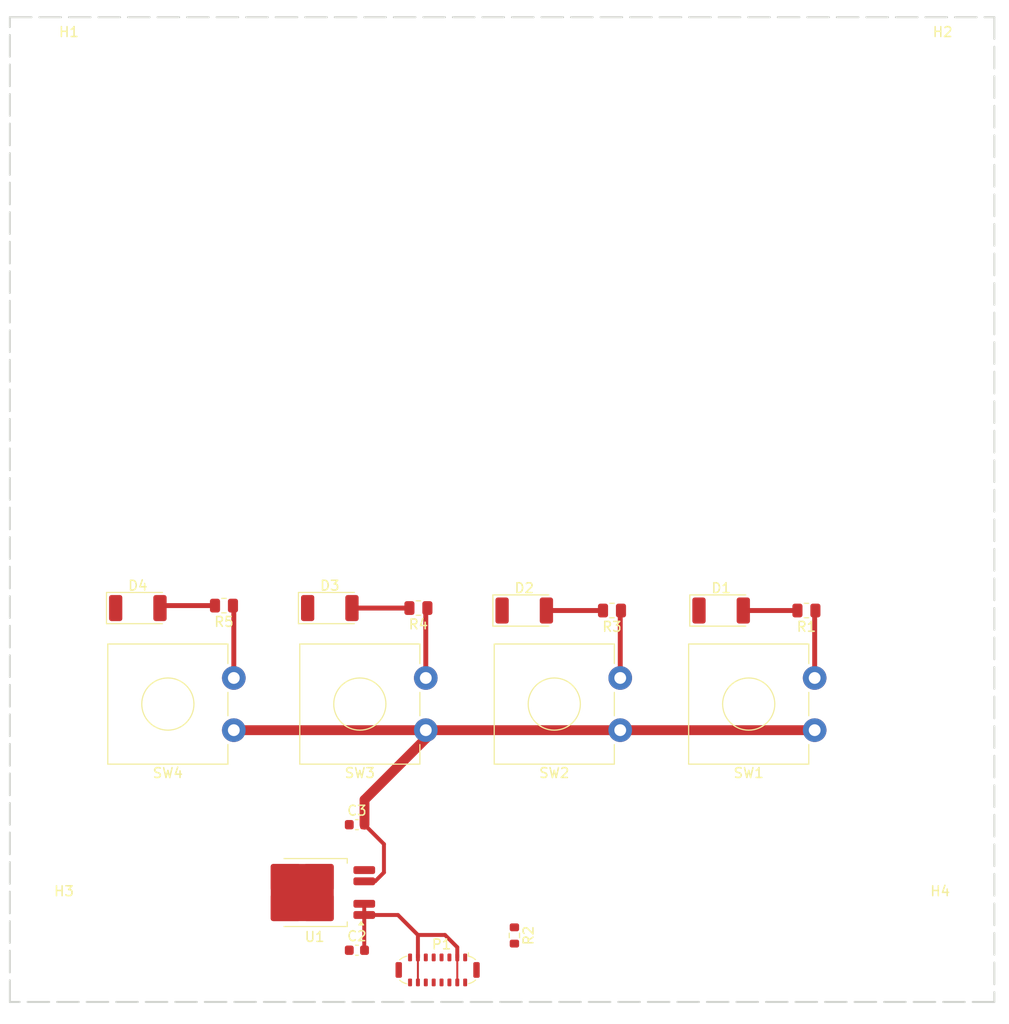
<source format=kicad_pcb>
(kicad_pcb (version 20240108) (generator "pcbnew") (generator_version "8.0")
  (layers (0 "F.Cu" signal) (31 "B.Cu" signal) (34 "B.Paste" user) (35 "F.Paste" user) (36 "B.SilkS" user "B.Silkscreen") (37 "F.SilkS" user "F.Silkscreen") (38 "B.Mask" user) (39 "F.Mask" user) (44 "Edge.Cuts" user))
  (net 0 "")
  (net 2 "GND")
  (net 3 "VBUS")
  (net 4 "+3V3")
  (net 5 "Net-(D1-A)")
  (net 6 "Net-(D2-A)")
  (net 7 "Net-(D3-A)")
  (net 8 "Net-(D4-A)")
  (net 12 "Net-(P1-CC)")
  (net 15 "Net-(R1-Pad1)")
  (net 16 "Net-(R3-Pad1)")
  (net 17 "Net-(R4-Pad1)")
  (net 18 "Net-(R5-Pad1)")
  (footprint "Package_TO_SOT_SMD:TO-252-4" (layer "F.Cu") (at 80.96 138.89 180)
    (property "Reference" "U1" (at 0 -4.5 180) (layer "F.SilkS"))
    (property "Value" "BD30FC0WFP")
    (fp_line (start 3.11 3.45) (end -3.31 3.45) (stroke (width 0.12)) (layer "F.SilkS"))
    (fp_line (start 3.11 -3.45) (end -3.31 -3.45) (stroke (width 0.12)) (layer "F.SilkS"))
    (fp_line (start -3.31 3.45) (end -3.31 2.98) (stroke (width 0.12)) (layer "F.SilkS"))
    (fp_line (start -3.31 -3.45) (end -3.31 -2.98) (stroke (width 0.12)) (layer "F.SilkS"))
    (fp_poly (pts (xy -4.73 -2.96) (xy -4.97 -3.29) (xy -4.49 -3.29) (xy -4.73 -2.96)) (stroke (width 0.12)) (fill solid) (layer "F.SilkS"))
    (pad "1" smd roundrect (at -5.04 -2.28 180) (size 2.2 0.8) (layers "F.Cu" "F.Paste" "F.Mask") (net 3 "VBUS"))
    (pad "2" smd roundrect (at -5.04 -1.14 180) (size 2.2 0.8) (layers "F.Cu" "F.Paste" "F.Mask") (net 3 "VBUS"))
    (pad "3" smd roundrect (at -0.415 -1.525 180) (size 3.05 2.75) (layers "F.Cu" "F.Paste") (roundrect_rratio 0.090909) (net 2 "GND"))
    (pad "3" smd roundrect (at -0.415 1.525 180) (size 3.05 2.75) (layers "F.Cu" "F.Paste") (roundrect_rratio 0.090909) (net 2 "GND"))
    (pad "3" smd roundrect (at 1.26 0 180) (size 6.4 5.8) (layers "F.Cu" "F.Mask") (roundrect_rratio 0.043103) (net 2 "GND"))
    (pad "3" smd roundrect (at 2.935 -1.525 180) (size 3.05 2.75) (layers "F.Cu" "F.Paste") (roundrect_rratio 0.090909) (net 2 "GND"))
    (pad "3" smd roundrect (at 2.935 1.525 180) (size 3.05 2.75) (layers "F.Cu" "F.Paste") (roundrect_rratio 0.090909) (net 2 "GND"))
    (pad "4" smd roundrect (at -5.04 1.14 180) (size 2.2 0.8) (layers "F.Cu" "F.Paste" "F.Mask") (net 4 "+3V3"))
    (pad "5" smd roundrect (at -5.04 2.28 180) (size 2.2 0.8) (layers "F.Cu" "F.Paste" "F.Mask"))
  )
  (footprint "Capacitor_SMD:C_0603_1608Metric" (layer "F.Cu") (at 85.25 132)
    (property "Reference" "C3" (at 0 -1.43 0) (layer "F.SilkS"))
    (property "Value" "10uF")
    (fp_line (start -0.14058 -0.51) (end 0.14058 -0.51) (stroke (width 0.12)) (layer "F.SilkS"))
    (fp_line (start -0.14058 0.51) (end 0.14058 0.51) (stroke (width 0.12)) (layer "F.SilkS"))
    (pad "1" smd roundrect (at -0.775 0) (size 0.9 0.95) (layers "F.Cu" "F.Paste" "F.Mask") (net 2 "GND"))
    (pad "2" smd roundrect (at 0.775 0) (size 0.9 0.95) (layers "F.Cu" "F.Paste" "F.Mask") (net 4 "+3V3"))
  )
  (footprint "MountingHole:MountingHole_4mm" (layer "F.Cu") (at 144.5 143.75)
    (property "Reference" "H4" (at 0 -5 0) (layer "F.SilkS"))
    (property "Value" "MountingHole")
    (pad "" np_thru_hole circle (at 0 0) (size 4 4) (drill 4) (layers "*.Cu" "*.Mask"))
  )
  (footprint "Resistor_SMD:R_0805_2012Metric" (layer "F.Cu") (at 130.9125 110.25 180)
    (property "Reference" "R1" (at 0 -1.65 180) (layer "F.SilkS"))
    (property "Value" "520")
    (fp_line (start -0.227064 0.735) (end 0.227064 0.735) (stroke (width 0.12)) (layer "F.SilkS"))
    (fp_line (start -0.227064 -0.735) (end 0.227064 -0.735) (stroke (width 0.12)) (layer "F.SilkS"))
    (pad "1" smd roundrect (at -0.9125 0 180) (size 1.025 1.4) (layers "F.Cu" "F.Paste" "F.Mask") (roundrect_rratio 0.243902) (net 15 "Net-(R1-Pad1)"))
    (pad "2" smd roundrect (at 0.9125 0 180) (size 1.025 1.4) (layers "F.Cu" "F.Paste" "F.Mask") (roundrect_rratio 0.243902) (net 5 "Net-(D1-A)"))
  )
  (footprint "LED_SMD:LED_2010_5025Metric" (layer "F.Cu") (at 122.25 110.25)
    (property "Reference" "D1" (at 0 -2.28 0) (layer "F.SilkS"))
    (property "Value" "LED")
    (fp_line (start -3.185 -1.585) (end -3.185 1.585) (stroke (width 0.12)) (layer "F.SilkS"))
    (fp_line (start -3.185 1.585) (end 2.5 1.585) (stroke (width 0.12)) (layer "F.SilkS"))
    (fp_line (start 2.5 -1.585) (end -3.185 -1.585) (stroke (width 0.12)) (layer "F.SilkS"))
    (pad "1" smd roundrect (at -2.25 0) (size 1.35 2.65) (layers "F.Cu" "F.Paste" "F.Mask") (roundrect_rratio 0.185185) (net 2 "GND"))
    (pad "2" smd roundrect (at 2.25 0) (size 1.35 2.65) (layers "F.Cu" "F.Paste" "F.Mask") (roundrect_rratio 0.185185) (net 5 "Net-(D1-A)"))
  )
  (footprint "Button_Switch_THT:SW_CW_GPTS203211B" (layer "F.Cu") (at 72.75 122.4 180)
    (property "Reference" "SW4" (at 6.7 -4.35 180) (layer "F.SilkS"))
    (property "Value" "SW_Push")
    (fp_line (start 12.8 8.75) (end 0.6 8.75) (stroke (width 0.12)) (layer "F.SilkS"))
    (fp_line (start 12.8 -3.45) (end 12.8 8.75) (stroke (width 0.12)) (layer "F.SilkS"))
    (fp_line (start 0.6 8.75) (end 0.6 6.76) (stroke (width 0.12)) (layer "F.SilkS"))
    (fp_line (start 0.6 1.46) (end 0.6 3.84) (stroke (width 0.12)) (layer "F.SilkS"))
    (fp_line (start 0.6 -1.46) (end 0.6 -3.45) (stroke (width 0.12)) (layer "F.SilkS"))
    (fp_line (start 0.6 -3.45) (end 12.8 -3.45) (stroke (width 0.12)) (layer "F.SilkS"))
    (fp_circle (center 6.7 2.65) (end 9.35 2.65) (stroke (width 0.12)) (fill none) (layer "F.SilkS"))
    (pad "1" thru_hole circle (at 0 0 180) (size 2.4 2.4) (drill 1.2) (layers "*.Cu" "*.Mask") (net 4 "+3V3"))
    (pad "2" thru_hole circle (at 0 5.3 180) (size 2.4 2.4) (drill 1.2) (layers "*.Cu" "*.Mask") (net 18 "Net-(R5-Pad1)"))
  )
  (footprint "Resistor_SMD:R_0603_1608Metric" (layer "F.Cu") (at 101.25 143.25 -90)
    (property "Reference" "R2" (at 0 -1.43 90) (layer "F.SilkS"))
    (property "Value" "5K1")
    (fp_line (start -0.237258 0.5225) (end 0.237258 0.5225) (stroke (width 0.12)) (layer "F.SilkS"))
    (fp_line (start -0.237258 -0.5225) (end 0.237258 -0.5225) (stroke (width 0.12)) (layer "F.SilkS"))
    (pad "1" smd roundrect (at -0.825 0 270) (size 0.8 0.95) (layers "F.Cu" "F.Paste" "F.Mask") (net 12 "Net-(P1-CC)"))
    (pad "2" smd roundrect (at 0.825 0 270) (size 0.8 0.95) (layers "F.Cu" "F.Paste" "F.Mask") (net 2 "GND"))
  )
  (footprint "MountingHole:MountingHole_4mm" (layer "F.Cu") (at 55.5 143.75)
    (property "Reference" "H3" (at 0 -5 0) (layer "F.SilkS"))
    (property "Value" "MountingHole")
    (pad "" np_thru_hole circle (at 0 0) (size 4 4) (drill 4) (layers "*.Cu" "*.Mask"))
  )
  (footprint "Capacitor_SMD:C_0603_1608Metric" (layer "F.Cu") (at 85.25 144.75)
    (property "Reference" "C2" (at 0 -1.43 0) (layer "F.SilkS"))
    (property "Value" "10uF")
    (fp_line (start -0.14058 -0.51) (end 0.14058 -0.51) (stroke (width 0.12)) (layer "F.SilkS"))
    (fp_line (start -0.14058 0.51) (end 0.14058 0.51) (stroke (width 0.12)) (layer "F.SilkS"))
    (pad "1" smd roundrect (at -0.775 0) (size 0.9 0.95) (layers "F.Cu" "F.Paste" "F.Mask") (net 2 "GND"))
    (pad "2" smd roundrect (at 0.775 0) (size 0.9 0.95) (layers "F.Cu" "F.Paste" "F.Mask") (net 3 "VBUS"))
  )
  (footprint "Resistor_SMD:R_0805_2012Metric" (layer "F.Cu") (at 91.5 110 180)
    (property "Reference" "R4" (at 0 -1.65 180) (layer "F.SilkS"))
    (property "Value" "520")
    (fp_line (start -0.227064 0.735) (end 0.227064 0.735) (stroke (width 0.12)) (layer "F.SilkS"))
    (fp_line (start -0.227064 -0.735) (end 0.227064 -0.735) (stroke (width 0.12)) (layer "F.SilkS"))
    (pad "1" smd roundrect (at -0.9125 0 180) (size 1.025 1.4) (layers "F.Cu" "F.Paste" "F.Mask") (roundrect_rratio 0.243902) (net 17 "Net-(R4-Pad1)"))
    (pad "2" smd roundrect (at 0.9125 0 180) (size 1.025 1.4) (layers "F.Cu" "F.Paste" "F.Mask") (roundrect_rratio 0.243902) (net 7 "Net-(D3-A)"))
  )
  (footprint "MountingHole:MountingHole_4mm" (layer "F.Cu") (at 144.75 56.5)
    (property "Reference" "H2" (at 0 -5 0) (layer "F.SilkS"))
    (property "Value" "MountingHole")
    (pad "" np_thru_hole circle (at 0 0) (size 4 4) (drill 4) (layers "*.Cu" "*.Mask"))
  )
  (footprint "Resistor_SMD:R_0805_2012Metric" (layer "F.Cu") (at 111.1625 110.25 180)
    (property "Reference" "R3" (at 0 -1.65 180) (layer "F.SilkS"))
    (property "Value" "520")
    (fp_line (start -0.227064 0.735) (end 0.227064 0.735) (stroke (width 0.12)) (layer "F.SilkS"))
    (fp_line (start -0.227064 -0.735) (end 0.227064 -0.735) (stroke (width 0.12)) (layer "F.SilkS"))
    (pad "1" smd roundrect (at -0.9125 0 180) (size 1.025 1.4) (layers "F.Cu" "F.Paste" "F.Mask") (roundrect_rratio 0.243902) (net 16 "Net-(R3-Pad1)"))
    (pad "2" smd roundrect (at 0.9125 0 180) (size 1.025 1.4) (layers "F.Cu" "F.Paste" "F.Mask") (roundrect_rratio 0.243902) (net 6 "Net-(D2-A)"))
  )
  (footprint "Button_Switch_THT:SW_CW_GPTS203211B" (layer "F.Cu") (at 112 122.4 180)
    (property "Reference" "SW2" (at 6.7 -4.35 180) (layer "F.SilkS"))
    (property "Value" "SW_Push")
    (fp_line (start 12.8 8.75) (end 0.6 8.75) (stroke (width 0.12)) (layer "F.SilkS"))
    (fp_line (start 12.8 -3.45) (end 12.8 8.75) (stroke (width 0.12)) (layer "F.SilkS"))
    (fp_line (start 0.6 8.75) (end 0.6 6.76) (stroke (width 0.12)) (layer "F.SilkS"))
    (fp_line (start 0.6 1.46) (end 0.6 3.84) (stroke (width 0.12)) (layer "F.SilkS"))
    (fp_line (start 0.6 -1.46) (end 0.6 -3.45) (stroke (width 0.12)) (layer "F.SilkS"))
    (fp_line (start 0.6 -3.45) (end 12.8 -3.45) (stroke (width 0.12)) (layer "F.SilkS"))
    (fp_circle (center 6.7 2.65) (end 9.35 2.65) (stroke (width 0.12)) (fill none) (layer "F.SilkS"))
    (pad "1" thru_hole circle (at 0 0 180) (size 2.4 2.4) (drill 1.2) (layers "*.Cu" "*.Mask") (net 4 "+3V3"))
    (pad "2" thru_hole circle (at 0 5.3 180) (size 2.4 2.4) (drill 1.2) (layers "*.Cu" "*.Mask") (net 16 "Net-(R3-Pad1)"))
  )
  (footprint "LED_SMD:LED_2010_5025Metric" (layer "F.Cu") (at 82.5 110)
    (property "Reference" "D3" (at 0 -2.28 0) (layer "F.SilkS"))
    (property "Value" "LED")
    (fp_line (start -3.185 -1.585) (end -3.185 1.585) (stroke (width 0.12)) (layer "F.SilkS"))
    (fp_line (start -3.185 1.585) (end 2.5 1.585) (stroke (width 0.12)) (layer "F.SilkS"))
    (fp_line (start 2.5 -1.585) (end -3.185 -1.585) (stroke (width 0.12)) (layer "F.SilkS"))
    (pad "1" smd roundrect (at -2.25 0) (size 1.35 2.65) (layers "F.Cu" "F.Paste" "F.Mask") (roundrect_rratio 0.185185) (net 2 "GND"))
    (pad "2" smd roundrect (at 2.25 0) (size 1.35 2.65) (layers "F.Cu" "F.Paste" "F.Mask") (roundrect_rratio 0.185185) (net 7 "Net-(D3-A)"))
  )
  (footprint "Resistor_SMD:R_0805_2012Metric" (layer "F.Cu") (at 71.75 109.75 180)
    (property "Reference" "R5" (at 0 -1.65 180) (layer "F.SilkS"))
    (property "Value" "520")
    (fp_line (start -0.227064 0.735) (end 0.227064 0.735) (stroke (width 0.12)) (layer "F.SilkS"))
    (fp_line (start -0.227064 -0.735) (end 0.227064 -0.735) (stroke (width 0.12)) (layer "F.SilkS"))
    (pad "1" smd roundrect (at -0.9125 0 180) (size 1.025 1.4) (layers "F.Cu" "F.Paste" "F.Mask") (roundrect_rratio 0.243902) (net 18 "Net-(R5-Pad1)"))
    (pad "2" smd roundrect (at 0.9125 0 180) (size 1.025 1.4) (layers "F.Cu" "F.Paste" "F.Mask") (roundrect_rratio 0.243902) (net 8 "Net-(D4-A)"))
  )
  (footprint "Connector_USB:USB_C_Plug_ShenzhenJingTuoJin_918-118A2021Y40002_Vertical" (layer "F.Cu") (at 93.45 146.75 -90)
    (property "Reference" "P1" (at -2.6 -0.4 0) (layer "F.SilkS"))
    (property "Value" "USB_C_Plug_USB2.0")
    (fp_line (start -1.74 -3.125) (end -1.4 -3.125) (stroke (width 0.12)) (layer "F.SilkS"))
    (fp_arc (start -1.025 3.85) (mid -1.258743 3.520613) (end -1.389879 3.138598) (stroke (width 0.12)) (layer "F.SilkS"))
    (fp_arc (start 1.4 3.125) (mid 1.273005 3.509002) (end 1.043045 3.841725) (stroke (width 0.12)) (layer "F.SilkS"))
    (fp_arc (start -1.4 -3.125) (mid -1.273005 -3.509003) (end -1.043045 -3.841725) (stroke (width 0.12)) (layer "F.SilkS"))
    (fp_arc (start 1.025 -3.85) (mid 1.258743 -3.520613) (end 1.389879 -3.138598) (stroke (width 0.12)) (layer "F.SilkS"))
    (pad "A1" smd roundrect (at -1.27 -2.8) (size 0.4 0.79) (layers "F.Cu" "F.Paste" "F.Mask") (net 2 "GND"))
    (pad "A4" smd roundrect (at -1.27 -2) (size 0.4 0.79) (layers "F.Cu" "F.Paste" "F.Mask") (net 3 "VBUS"))
    (pad "A5" smd roundrect (at -1.27 -1.2) (size 0.4 0.79) (layers "F.Cu" "F.Paste" "F.Mask") (net 12 "Net-(P1-CC)"))
    (pad "A6" smd roundrect (at -1.27 -0.4) (size 0.4 0.79) (layers "F.Cu" "F.Paste" "F.Mask"))
    (pad "A7" smd roundrect (at -1.27 0.4) (size 0.4 0.79) (layers "F.Cu" "F.Paste" "F.Mask"))
    (pad "A8" smd roundrect (at -1.27 1.2) (size 0.4 0.79) (layers "F.Cu" "F.Paste" "F.Mask"))
    (pad "A9" smd roundrect (at -1.27 2) (size 0.4 0.79) (layers "F.Cu" "F.Paste" "F.Mask") (net 3 "VBUS"))
    (pad "A12" smd roundrect (at -1.27 2.8) (size 0.4 0.79) (layers "F.Cu" "F.Paste" "F.Mask") (net 2 "GND"))
    (pad "B1" smd roundrect (at 1.27 2.8) (size 0.4 0.79) (layers "F.Cu" "F.Paste" "F.Mask") (net 2 "GND"))
    (pad "B4" smd roundrect (at 1.27 2) (size 0.4 0.79) (layers "F.Cu" "F.Paste" "F.Mask") (net 3 "VBUS"))
    (pad "B5" smd roundrect (at 1.27 1.2) (size 0.4 0.79) (layers "F.Cu" "F.Paste" "F.Mask"))
    (pad "B6" smd roundrect (at 1.27 0.4) (size 0.4 0.79) (layers "F.Cu" "F.Paste" "F.Mask"))
    (pad "B7" smd roundrect (at 1.27 -0.4) (size 0.4 0.79) (layers "F.Cu" "F.Paste" "F.Mask"))
    (pad "B8" smd roundrect (at 1.27 -1.2) (size 0.4 0.79) (layers "F.Cu" "F.Paste" "F.Mask"))
    (pad "B9" smd roundrect (at 1.27 -2) (size 0.4 0.79) (layers "F.Cu" "F.Paste" "F.Mask") (net 3 "VBUS"))
    (pad "B12" smd roundrect (at 1.27 -2.8) (size 0.4 0.79) (layers "F.Cu" "F.Paste" "F.Mask") (net 2 "GND"))
    (pad "S1" smd roundrect (at 0 -3.95) (size 0.65 1.6) (layers "F.Cu" "F.Paste" "F.Mask"))
    (pad "S1" smd roundrect (at 0 3.95) (size 0.65 1.6) (layers "F.Cu" "F.Paste" "F.Mask"))
  )
  (footprint "Button_Switch_THT:SW_CW_GPTS203211B" (layer "F.Cu") (at 131.75 122.4 180)
    (property "Reference" "SW1" (at 6.7 -4.35 180) (layer "F.SilkS"))
    (property "Value" "SW_Push")
    (fp_line (start 12.8 8.75) (end 0.6 8.75) (stroke (width 0.12)) (layer "F.SilkS"))
    (fp_line (start 12.8 -3.45) (end 12.8 8.75) (stroke (width 0.12)) (layer "F.SilkS"))
    (fp_line (start 0.6 8.75) (end 0.6 6.76) (stroke (width 0.12)) (layer "F.SilkS"))
    (fp_line (start 0.6 1.46) (end 0.6 3.84) (stroke (width 0.12)) (layer "F.SilkS"))
    (fp_line (start 0.6 -1.46) (end 0.6 -3.45) (stroke (width 0.12)) (layer "F.SilkS"))
    (fp_line (start 0.6 -3.45) (end 12.8 -3.45) (stroke (width 0.12)) (layer "F.SilkS"))
    (fp_circle (center 6.7 2.65) (end 9.35 2.65) (stroke (width 0.12)) (fill none) (layer "F.SilkS"))
    (pad "1" thru_hole circle (at 0 0 180) (size 2.4 2.4) (drill 1.2) (layers "*.Cu" "*.Mask") (net 4 "+3V3"))
    (pad "2" thru_hole circle (at 0 5.3 180) (size 2.4 2.4) (drill 1.2) (layers "*.Cu" "*.Mask") (net 15 "Net-(R1-Pad1)"))
  )
  (footprint "MountingHole:MountingHole_4mm" (layer "F.Cu") (at 56 56.5)
    (property "Reference" "H1" (at 0 -5 0) (layer "F.SilkS"))
    (property "Value" "MountingHole")
    (pad "" np_thru_hole circle (at 0 0) (size 4 4) (drill 4) (layers "*.Cu" "*.Mask"))
  )
  (footprint "LED_SMD:LED_2010_5025Metric" (layer "F.Cu") (at 102.25 110.25)
    (property "Reference" "D2" (at 0 -2.28 360) (layer "F.SilkS"))
    (property "Value" "LED")
    (fp_line (start -3.185 -1.585) (end -3.185 1.585) (stroke (width 0.12)) (layer "F.SilkS"))
    (fp_line (start -3.185 1.585) (end 2.5 1.585) (stroke (width 0.12)) (layer "F.SilkS"))
    (fp_line (start 2.5 -1.585) (end -3.185 -1.585) (stroke (width 0.12)) (layer "F.SilkS"))
    (pad "1" smd roundrect (at -2.25 0) (size 1.35 2.65) (layers "F.Cu" "F.Paste" "F.Mask") (roundrect_rratio 0.185185) (net 2 "GND"))
    (pad "2" smd roundrect (at 2.25 0) (size 1.35 2.65) (layers "F.Cu" "F.Paste" "F.Mask") (roundrect_rratio 0.185185) (net 6 "Net-(D2-A)"))
  )
  (footprint "LED_SMD:LED_2010_5025Metric" (layer "F.Cu") (at 63 110)
    (property "Reference" "D4" (at 0 -2.28 360) (layer "F.SilkS"))
    (property "Value" "LED")
    (fp_line (start -3.185 -1.585) (end -3.185 1.585) (stroke (width 0.12)) (layer "F.SilkS"))
    (fp_line (start -3.185 1.585) (end 2.5 1.585) (stroke (width 0.12)) (layer "F.SilkS"))
    (fp_line (start 2.5 -1.585) (end -3.185 -1.585) (stroke (width 0.12)) (layer "F.SilkS"))
    (pad "1" smd roundrect (at -2.25 0) (size 1.35 2.65) (layers "F.Cu" "F.Paste" "F.Mask") (roundrect_rratio 0.185185) (net 2 "GND"))
    (pad "2" smd roundrect (at 2.25 0) (size 1.35 2.65) (layers "F.Cu" "F.Paste" "F.Mask") (roundrect_rratio 0.185185) (net 8 "Net-(D4-A)"))
  )
  (footprint "Button_Switch_THT:SW_CW_GPTS203211B" (layer "F.Cu") (at 92.25 122.4 180)
    (property "Reference" "SW3" (at 6.7 -4.35 180) (layer "F.SilkS"))
    (property "Value" "SW_Push")
    (fp_line (start 12.8 8.75) (end 0.6 8.75) (stroke (width 0.12)) (layer "F.SilkS"))
    (fp_line (start 12.8 -3.45) (end 12.8 8.75) (stroke (width 0.12)) (layer "F.SilkS"))
    (fp_line (start 0.6 8.75) (end 0.6 6.76) (stroke (width 0.12)) (layer "F.SilkS"))
    (fp_line (start 0.6 1.46) (end 0.6 3.84) (stroke (width 0.12)) (layer "F.SilkS"))
    (fp_line (start 0.6 -1.46) (end 0.6 -3.45) (stroke (width 0.12)) (layer "F.SilkS"))
    (fp_line (start 0.6 -3.45) (end 12.8 -3.45) (stroke (width 0.12)) (layer "F.SilkS"))
    (fp_circle (center 6.7 2.65) (end 9.35 2.65) (stroke (width 0.12)) (fill none) (layer "F.SilkS"))
    (pad "1" thru_hole circle (at 0 0 180) (size 2.4 2.4) (drill 1.2) (layers "*.Cu" "*.Mask") (net 4 "+3V3"))
    (pad "2" thru_hole circle (at 0 5.3 180) (size 2.4 2.4) (drill 1.2) (layers "*.Cu" "*.Mask") (net 17 "Net-(R4-Pad1)"))
  )
  (gr_rect (start 50 50) (end 150 150) (stroke (width 0.2) (type dash)) (fill none) (layer "Edge.Cuts"))
  (segment (start 86 141.17) (end 86 144.725) (width 0.4) (layer "F.Cu") (net 3))
  (segment (start 91.45 148.02) (end 91.45 145.48) (width 0.2) (layer "F.Cu") (net 3))
  (segment (start 89.42 141.17) (end 91.45 143.2) (width 0.4) (layer "F.Cu") (net 3))
  (segment (start 95.45 148.02) (end 95.45 145.48) (width 0.2) (layer "F.Cu") (net 3))
  (segment (start 94.2 143.2) (end 95.45 144.45) (width 0.4) (layer "F.Cu") (net 3))
  (segment (start 86 141.17) (end 89.42 141.17) (width 0.4) (layer "F.Cu") (net 3))
  (segment (start 95.45 144.45) (end 95.45 145.48) (width 0.4) (layer "F.Cu") (net 3))
  (segment (start 91.45 143.2) (end 91.45 145.48) (width 0.4) (layer "F.Cu") (net 3))
  (segment (start 86 144.725) (end 86.025 144.75) (width 0.4) (layer "F.Cu") (net 3))
  (segment (start 86 141.17) (end 86 140.03) (width 0.4) (layer "F.Cu") (net 3))
  (segment (start 91.45 143.2) (end 94.2 143.2) (width 0.4) (layer "F.Cu") (net 3))
  (segment (start 131.75 122.4) (end 72.75 122.4) (width 1) (layer "F.Cu") (net 4))
  (segment (start 92.25 123.25) (end 86.025 129.475) (width 1) (layer "F.Cu") (net 4))
  (segment (start 87.1 137.75) (end 88 136.85) (width 0.4) (layer "F.Cu") (net 4))
  (segment (start 88 133.975) (end 86.025 132) (width 0.4) (layer "F.Cu") (net 4))
  (segment (start 92.25 122.4) (end 92.25 123.25) (width 1) (layer "F.Cu") (net 4))
  (segment (start 86 137.75) (end 87.1 137.75) (width 0.4) (layer "F.Cu") (net 4))
  (segment (start 86.025 129.475) (end 86.025 132) (width 1) (layer "F.Cu") (net 4))
  (segment (start 131.45 122.4) (end 131.75 122.7) (width 1) (layer "F.Cu") (net 4))
  (segment (start 88 136.85) (end 88 133.975) (width 0.4) (layer "F.Cu") (net 4))
  (segment (start 130 110.25) (end 124.5 110.25) (width 0.5) (layer "F.Cu") (net 5))
  (segment (start 110.25 110.25) (end 104.5 110.25) (width 0.5) (layer "F.Cu") (net 6))
  (segment (start 90.5875 110) (end 84.75 110) (width 0.5) (layer "F.Cu") (net 7))
  (segment (start 65.5 109.75) (end 65.25 110) (width 0.5) (layer "F.Cu") (net 8))
  (segment (start 70.8375 109.75) (end 65.5 109.75) (width 0.5) (layer "F.Cu") (net 8))
  (segment (start 131.75 110.325) (end 131.825 110.25) (width 0.5) (layer "F.Cu") (net 15))
  (segment (start 131.75 117.1) (end 131.75 110.325) (width 0.5) (layer "F.Cu") (net 15))
  (segment (start 112 110.325) (end 112.075 110.25) (width 0.5) (layer "F.Cu") (net 16))
  (segment (start 112 117.1) (end 112 110.325) (width 0.5) (layer "F.Cu") (net 16))
  (segment (start 92.25 117.1) (end 92.25 110.1625) (width 0.5) (layer "F.Cu") (net 17))
  (segment (start 92.25 110.1625) (end 92.4125 110) (width 0.5) (layer "F.Cu") (net 17))
  (segment (start 72.75 117.1) (end 72.75 109.8375) (width 0.5) (layer "F.Cu") (net 18))
  (segment (start 72.75 109.8375) (end 72.6625 109.75) (width 0.5) (layer "F.Cu") (net 18))
)
</source>
